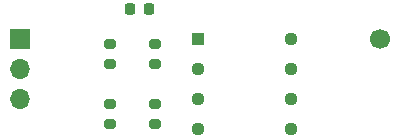
<source format=gbr>
%TF.GenerationSoftware,KiCad,Pcbnew,6.0.11+dfsg-1*%
%TF.CreationDate,2025-05-12T20:35:14-06:00*%
%TF.ProjectId,voltage_mapper,766f6c74-6167-4655-9f6d-61707065722e,rev?*%
%TF.SameCoordinates,Original*%
%TF.FileFunction,Soldermask,Top*%
%TF.FilePolarity,Negative*%
%FSLAX46Y46*%
G04 Gerber Fmt 4.6, Leading zero omitted, Abs format (unit mm)*
G04 Created by KiCad (PCBNEW 6.0.11+dfsg-1) date 2025-05-12 20:35:14*
%MOMM*%
%LPD*%
G01*
G04 APERTURE LIST*
G04 Aperture macros list*
%AMRoundRect*
0 Rectangle with rounded corners*
0 $1 Rounding radius*
0 $2 $3 $4 $5 $6 $7 $8 $9 X,Y pos of 4 corners*
0 Add a 4 corners polygon primitive as box body*
4,1,4,$2,$3,$4,$5,$6,$7,$8,$9,$2,$3,0*
0 Add four circle primitives for the rounded corners*
1,1,$1+$1,$2,$3*
1,1,$1+$1,$4,$5*
1,1,$1+$1,$6,$7*
1,1,$1+$1,$8,$9*
0 Add four rect primitives between the rounded corners*
20,1,$1+$1,$2,$3,$4,$5,0*
20,1,$1+$1,$4,$5,$6,$7,0*
20,1,$1+$1,$6,$7,$8,$9,0*
20,1,$1+$1,$8,$9,$2,$3,0*%
G04 Aperture macros list end*
%ADD10C,1.700000*%
%ADD11R,1.700000X1.700000*%
%ADD12O,1.700000X1.700000*%
%ADD13RoundRect,0.200000X-0.275000X0.200000X-0.275000X-0.200000X0.275000X-0.200000X0.275000X0.200000X0*%
%ADD14RoundRect,0.218750X0.218750X0.256250X-0.218750X0.256250X-0.218750X-0.256250X0.218750X-0.256250X0*%
%ADD15R,1.130000X1.130000*%
%ADD16C,1.130000*%
G04 APERTURE END LIST*
D10*
%TO.C,J2*%
X157480000Y-93980000D03*
%TD*%
D11*
%TO.C,J1*%
X127000000Y-93995000D03*
D12*
X127000000Y-96535000D03*
X127000000Y-99075000D03*
%TD*%
D13*
%TO.C,R4*%
X138430000Y-99505000D03*
X138430000Y-101155000D03*
%TD*%
D14*
%TO.C,Z1*%
X136372500Y-91440000D03*
X137947500Y-91440000D03*
%TD*%
D15*
%TO.C,LM358*%
X142080000Y-93980000D03*
D16*
X142080000Y-96520000D03*
X142080000Y-99060000D03*
X142080000Y-101600000D03*
X150020000Y-101600000D03*
X150020000Y-99060000D03*
X150020000Y-96520000D03*
X150020000Y-93980000D03*
%TD*%
D13*
%TO.C,R2*%
X134620000Y-101155000D03*
X134620000Y-99505000D03*
%TD*%
%TO.C,R3*%
X138430000Y-94425000D03*
X138430000Y-96075000D03*
%TD*%
%TO.C,R1*%
X134620000Y-94425000D03*
X134620000Y-96075000D03*
%TD*%
M02*

</source>
